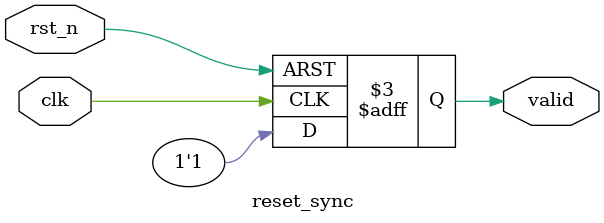
<source format=sv>
`timescale 1ns/1ps

module reset_sync (
    input  wire clk,
    input  wire rst_n,
    output reg  valid
);

  always @(posedge clk or negedge rst_n) begin
    if (!rst_n)
      valid <= 0;
    else
      valid <= 1;
  end

  specify
    $width(negedge rst_n, 3); // rst minimum width =  5ns
  endspecify

endmodule

</source>
